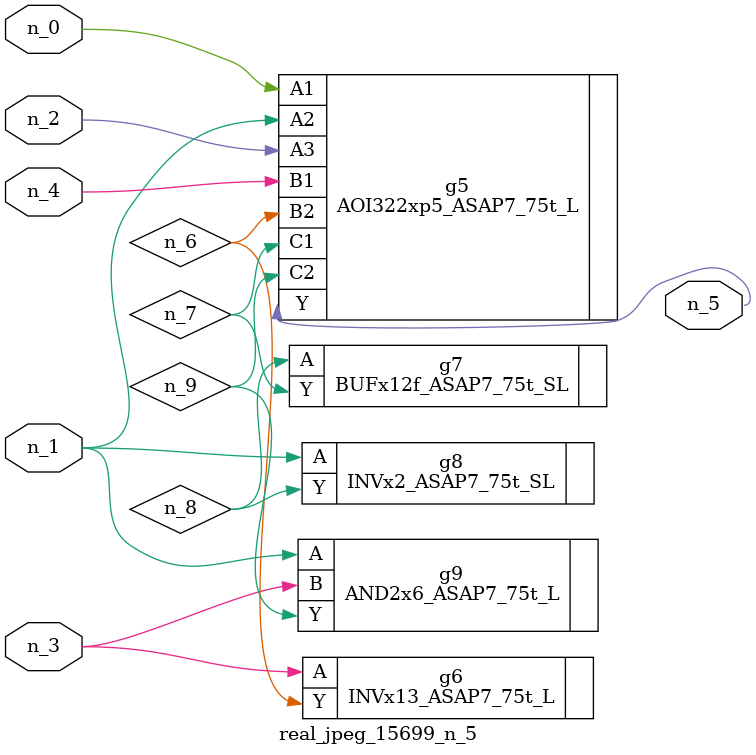
<source format=v>
module real_jpeg_15699_n_5 (n_4, n_0, n_1, n_2, n_3, n_5);

input n_4;
input n_0;
input n_1;
input n_2;
input n_3;

output n_5;

wire n_8;
wire n_6;
wire n_7;
wire n_9;

AOI322xp5_ASAP7_75t_L g5 ( 
.A1(n_0),
.A2(n_1),
.A3(n_2),
.B1(n_4),
.B2(n_6),
.C1(n_7),
.C2(n_9),
.Y(n_5)
);

INVx2_ASAP7_75t_SL g8 ( 
.A(n_1),
.Y(n_8)
);

AND2x6_ASAP7_75t_L g9 ( 
.A(n_1),
.B(n_3),
.Y(n_9)
);

INVx13_ASAP7_75t_L g6 ( 
.A(n_3),
.Y(n_6)
);

BUFx12f_ASAP7_75t_SL g7 ( 
.A(n_8),
.Y(n_7)
);


endmodule
</source>
